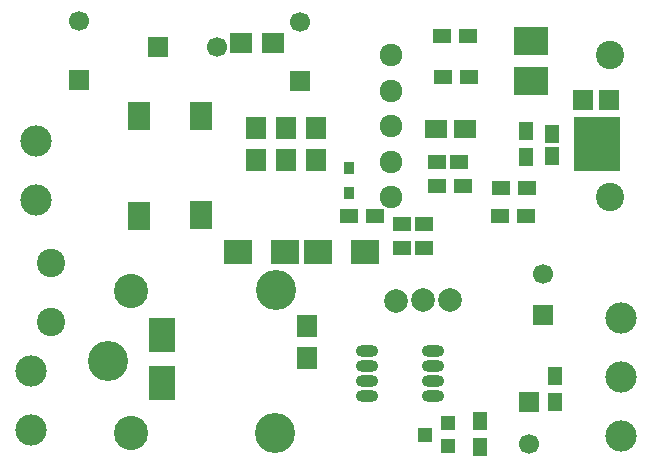
<source format=gbr>
G04 #@! TF.FileFunction,Soldermask,Bot*
%FSLAX46Y46*%
G04 Gerber Fmt 4.6, Leading zero omitted, Abs format (unit mm)*
G04 Created by KiCad (PCBNEW 201611132049+7352~55~ubuntu16.04.1-product) date Tue Nov 15 13:48:38 2016*
%MOMM*%
%LPD*%
G01*
G04 APERTURE LIST*
%ADD10C,0.100000*%
%ADD11R,0.850000X0.990000*%
%ADD12C,1.700000*%
%ADD13R,1.700000X1.700000*%
%ADD14C,2.398980*%
%ADD15C,2.900000*%
%ADD16C,3.400000*%
%ADD17R,1.600000X1.150000*%
%ADD18R,1.150000X1.600000*%
%ADD19R,1.900000X1.650000*%
%ADD20R,2.900000X2.400000*%
%ADD21R,2.200860X2.899360*%
%ADD22R,1.800000X1.740000*%
%ADD23R,3.900000X4.600000*%
%ADD24R,1.900000X1.700000*%
%ADD25R,1.200100X1.200100*%
%ADD26R,1.300000X1.600000*%
%ADD27R,1.700000X1.900000*%
%ADD28R,2.400000X2.100000*%
%ADD29R,1.600000X1.300000*%
%ADD30O,1.873200X1.009600*%
%ADD31C,2.650000*%
%ADD32C,2.000000*%
%ADD33C,1.924000*%
%ADD34C,2.400000*%
%ADD35R,1.924000X2.400000*%
G04 APERTURE END LIST*
D10*
D11*
X116713000Y-107227000D03*
X116713000Y-105117000D03*
D12*
X133096000Y-114102000D03*
D13*
X133096000Y-117602000D03*
D14*
X91440000Y-113157000D03*
X91440000Y-118158260D03*
D15*
X98247200Y-127531900D03*
D16*
X110447200Y-127531900D03*
X110497200Y-115481900D03*
D15*
X98247200Y-115531900D03*
D16*
X96297200Y-121481900D03*
D13*
X93853000Y-97710000D03*
D12*
X93853000Y-92710000D03*
D17*
X124147500Y-104648000D03*
X126047500Y-104648000D03*
D13*
X112522000Y-97790000D03*
D12*
X112522000Y-92790000D03*
X131953000Y-128468000D03*
D13*
X131953000Y-124968000D03*
D18*
X133858000Y-102240000D03*
X133858000Y-104140000D03*
D19*
X126555500Y-101854000D03*
X124055500Y-101854000D03*
D17*
X121158000Y-111887000D03*
X123058000Y-111887000D03*
X121158000Y-109855000D03*
X123058000Y-109855000D03*
D20*
X132143500Y-94361000D03*
X132143500Y-97761000D03*
D21*
X100863400Y-119291100D03*
X100863400Y-123289060D03*
D22*
X136550400Y-99390200D03*
X138734800Y-99390200D03*
D23*
X137668000Y-103124000D03*
D24*
X107551240Y-94556580D03*
X110251240Y-94556580D03*
D25*
X125095000Y-126751000D03*
X125095000Y-128651000D03*
X123096020Y-127701000D03*
D26*
X127762000Y-126578000D03*
X127762000Y-128778000D03*
D27*
X111379000Y-104427000D03*
X111379000Y-101727000D03*
X108839000Y-104427000D03*
X108839000Y-101727000D03*
X113919000Y-101727000D03*
X113919000Y-104427000D03*
D28*
X107315000Y-112268000D03*
X111315000Y-112268000D03*
X114046000Y-112268000D03*
X118046000Y-112268000D03*
D27*
X113157000Y-118491000D03*
X113157000Y-121191000D03*
D29*
X126746000Y-93980000D03*
X124546000Y-93980000D03*
X124165000Y-106680000D03*
X126365000Y-106680000D03*
X129540000Y-106807000D03*
X131740000Y-106807000D03*
X131699000Y-109156500D03*
X129499000Y-109156500D03*
D26*
X131699000Y-104181000D03*
X131699000Y-101981000D03*
D29*
X116672000Y-109220000D03*
X118872000Y-109220000D03*
D26*
X134112000Y-122768000D03*
X134112000Y-124968000D03*
D30*
X118237000Y-124396500D03*
X118237000Y-123126500D03*
X118237000Y-121856500D03*
X118237000Y-120586500D03*
X123825000Y-120586500D03*
X123825000Y-121856500D03*
X123825000Y-123126500D03*
X123825000Y-124396500D03*
D31*
X139700000Y-122809000D03*
X139700000Y-127812800D03*
X139700000Y-117805200D03*
D29*
X126830000Y-97409000D03*
X124630000Y-97409000D03*
D32*
X122936000Y-116332000D03*
X120661000Y-116357000D03*
X125211000Y-116332000D03*
D33*
X120269000Y-107607100D03*
X120269000Y-104584500D03*
X120269000Y-101587300D03*
X120269000Y-98564700D03*
X120269000Y-95567500D03*
D34*
X138785600Y-107581700D03*
X138760200Y-95567500D03*
D35*
X98933000Y-100711000D03*
X104140000Y-100711000D03*
X104140000Y-109118400D03*
X98907600Y-109169200D03*
D13*
X100537000Y-94869000D03*
D12*
X105537000Y-94869000D03*
D31*
X90170000Y-107823000D03*
X90170000Y-102819200D03*
X89789000Y-127304800D03*
X89789000Y-122301000D03*
M02*

</source>
